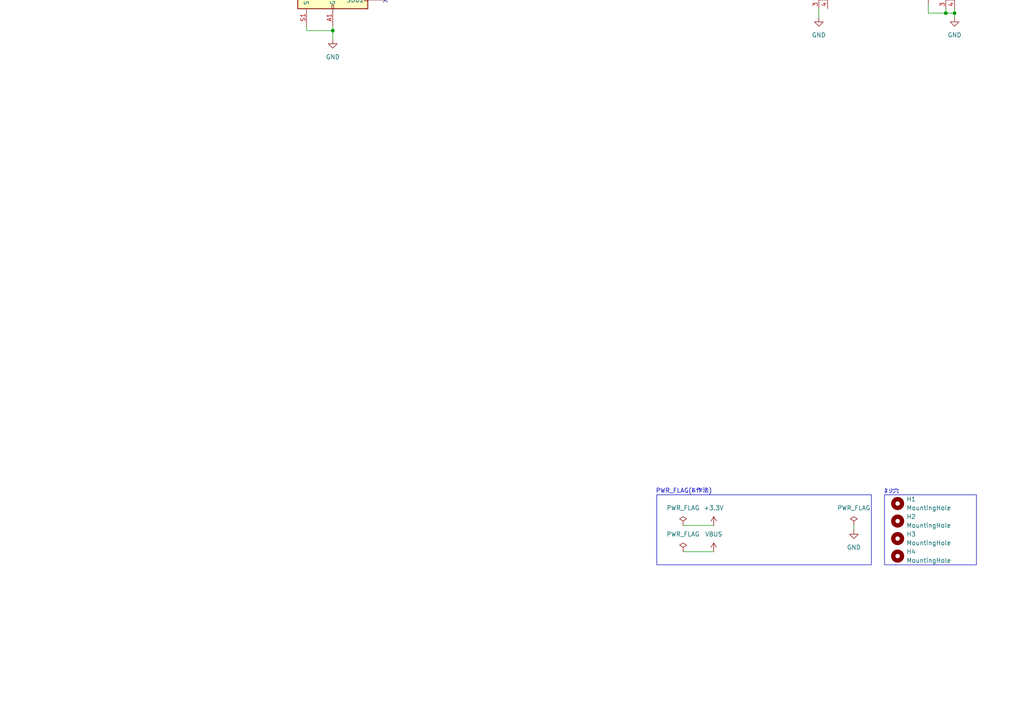
<source format=kicad_sch>
(kicad_sch (version 20231120) (generator "eeschema") (generator_version "8.0")
  (paper "A4")
  (lib_symbols
    (symbol "Connector:USB_C_Receptacle" (pin_names (offset 1.016))
      (property "Reference" "J" (at -10.16 29.21 0))
      (property "Value" "USB_C_Receptacle" (at 10.16 29.21 0))
      (symbol "USB_C_Receptacle_1_1"
        (pin passive line (at 0 -40.64 90) (length 5.08) (name "GND") (number "A1"))
        (pin bidirectional line (at 15.24 -15.24 180) (length 5.08) (name "RX2-") (number "A10"))
        (pin bidirectional line (at 15.24 -17.78 180) (length 5.08) (name "RX2+") (number "A11"))
        (pin passive line (at 0 -40.64 90) (length 5.08) hide (name "GND") (number "A12"))
        (pin bidirectional line (at 15.24 -10.16 180) (length 5.08) (name "TX1+") (number "A2"))
        (pin bidirectional line (at 15.24 -7.62 180) (length 5.08) (name "TX1-") (number "A3"))
        (pin passive line (at 15.24 25.4 180) (length 5.08) (name "VBUS") (number "A4"))
        (pin bidirectional line (at 15.24 20.32 180) (length 5.08) (name "CC1") (number "A5"))
        (pin bidirectional line (at 15.24 7.62 180) (length 5.08) (name "D+") (number "A6"))
        (pin bidirectional line (at 15.24 12.7 180) (length 5.08) (name "D-") (number "A7"))
        (pin bidirectional line (at 15.24 -30.48 180) (length 5.08) (name "SBU1") (number "A8"))
        (pin passive line (at 15.24 25.4 180) (length 5.08) hide (name "VBUS") (number "A9"))
        (pin passive line (at 0 -40.64 90) (length 5.08) hide (name "GND") (number "B1"))
        (pin bidirectional line (at 15.24 0 180) (length 5.08) (name "RX1-") (number "B10"))
        (pin bidirectional line (at 15.24 -2.54 180) (length 5.08) (name "RX1+") (number "B11"))
        (pin passive line (at 0 -40.64 90) (length 5.08) hide (name "GND") (number "B12"))
        (pin bidirectional line (at 15.24 -25.4 180) (length 5.08) (name "TX2+") (number "B2"))
        (pin bidirectional line (at 15.24 -22.86 180) (length 5.08) (name "TX2-") (number "B3"))
        (pin passive line (at 15.24 25.4 180) (length 5.08) hide (name "VBUS") (number "B4"))
        (pin bidirectional line (at 15.24 17.78 180) (length 5.08) (name "CC2") (number "B5"))
        (pin bidirectional line (at 15.24 5.08 180) (length 5.08) (name "D+") (number "B6"))
        (pin bidirectional line (at 15.24 10.16 180) (length 5.08) (name "D-") (number "B7"))
        (pin bidirectional line (at 15.24 -33.02 180) (length 5.08) (name "SBU2") (number "B8"))
        (pin passive line (at 15.24 25.4 180) (length 5.08) hide (name "VBUS") (number "B9"))
        (pin passive line (at -7.62 -40.64 90) (length 5.08) (name "SHIELD") (number "S1"))
      )
    )
    (symbol "Device:C" (pin_numbers hide) (pin_names (offset 0.254))
      (property "Reference" "C" (at 0.635 2.54 0))
      (property "Value" "C" (at 0.635 -2.54 0))
      (symbol "C_1_1"
        (pin passive line (at 0 3.81 270) (length 2.794) (name "~") (number "1"))
        (pin passive line (at 0 -3.81 90) (length 2.794) (name "~") (number "2"))
      )
    )
    (symbol "Device:Crystal_GND24" (pin_names (offset 1.016) hide)
      (property "Reference" "Y" (at 3.175 5.08 0))
      (property "Value" "Crystal_GND24" (at 3.175 3.175 0))
      (symbol "Crystal_GND24_1_1"
        (pin passive line (at -3.81 0 0) (length 1.27) (name "1") (number "1"))
        (pin passive line (at 0 5.08 270) (length 1.27) (name "2") (number "2"))
        (pin passive line (at 3.81 0 180) (length 1.27) (name "3") (number "3"))
        (pin passive line (at 0 -5.08 90) (length 1.27) (name "4") (number "4"))
      )
    )
    (symbol "Device:D" (pin_numbers hide) (pin_names (offset 1.016) hide)
      (property "Reference" "D" (at 0 2.54 0))
      (property "Value" "D" (at 0 -2.54 0))
      (symbol "D_1_1"
        (pin passive line (at -3.81 0 0) (length 2.54) (name "K") (number "1"))
        (pin passive line (at 3.81 0 180) (length 2.54) (name "A") (number "2"))
      )
    )
    (symbol "Device:L" (pin_numbers hide) (pin_names (offset 1.016) hide)
      (property "Reference" "L" (at -1.27 0 90))
      (property "Value" "L" (at 1.905 0 90))
      (symbol "L_1_1"
        (pin passive line (at 0 3.81 270) (length 1.27) (name "1") (number "1"))
        (pin passive line (at 0 -3.81 90) (length 1.27) (name "2") (number "2"))
      )
    )
    (symbol "Device:LED" (pin_numbers hide) (pin_names (offset 1.016) hide)
      (property "Reference" "D" (at 0 2.54 0))
      (property "Value" "LED" (at 0 -2.54 0))
      (symbol "LED_1_1"
        (pin passive line (at -3.81 0 0) (length 2.54) (name "K") (number "1"))
        (pin passive line (at 3.81 0 180) (length 2.54) (name "A") (number "2"))
      )
    )
    (symbol "Device:R" (pin_numbers hide) (pin_names (offset 0))
      (property "Reference" "R" (at 2.032 0 90))
      (property "Value" "R" (at 0 0 90))
      (symbol "R_1_1"
        (pin passive line (at 0 3.81 270) (length 1.27) (name "~") (number "1"))
        (pin passive line (at 0 -3.81 90) (length 1.27) (name "~") (number "2"))
      )
    )
    (symbol "Diode:SS14" (pin_numbers hide) (pin_names (offset 1.016) hide)
      (property "Reference" "D" (at 0 2.54 0))
      (property "Value" "SS14" (at 0 -2.54 0))
      (symbol "SS14_1_1"
        (pin passive line (at -3.81 0 0) (length 2.54) (name "K") (number "1"))
        (pin passive line (at 3.81 0 180) (length 2.54) (name "A") (number "2"))
      )
    )
    (symbol "MCU_RaspberryPi:RP2040"
      (property "Reference" "U" (at 17.78 45.72 0))
      (property "Value" "RP2040" (at 17.78 43.18 0))
      (symbol "RP2040_1_1"
        (pin power_in line (at 2.54 45.72 270) (length 3.81) (name "IOVDD") (number "1"))
        (pin passive line (at 2.54 45.72 270) (length 3.81) hide (name "IOVDD") (number "10"))
        (pin bidirectional line (at 25.4 17.78 180) (length 3.81) (name "GPIO8") (number "11"))
        (pin bidirectional line (at 25.4 15.24 180) (length 3.81) (name "GPIO9") (number "12"))
        (pin bidirectional line (at 25.4 12.7 180) (length 3.81) (name "GPIO10") (number "13"))
        (pin bidirectional line (at 25.4 10.16 180) (length 3.81) (name "GPIO11") (number "14"))
        (pin bidirectional line (at 25.4 7.62 180) (length 3.81) (name "GPIO12") (number "15"))
        (pin bidirectional line (at 25.4 5.08 180) (length 3.81) (name "GPIO13") (number "16"))
        (pin bidirectional line (at 25.4 2.54 180) (length 3.81) (name "GPIO14") (number "17"))
        (pin bidirectional line (at 25.4 0 180) (length 3.81) (name "GPIO15") (number "18"))
        (pin input line (at -25.4 -38.1 0) (length 3.81) (name "TESTEN") (number "19"))
        (pin bidirectional line (at 25.4 38.1 180) (length 3.81) (name "GPIO0") (number "2"))
        (pin input line (at -25.4 -7.62 0) (length 3.81) (name "XIN") (number "20"))
        (pin passive line (at -25.4 -17.78 0) (length 3.81) (name "XOUT") (number "21"))
        (pin passive line (at 2.54 45.72 270) (length 3.81) hide (name "IOVDD") (number "22"))
        (pin power_in line (at -2.54 45.72 270) (length 3.81) (name "DVDD") (number "23"))
        (pin input line (at -25.4 -27.94 0) (length 3.81) (name "SWCLK") (number "24"))
        (pin bidirectional line (at -25.4 -30.48 0) (length 3.81) (name "SWD") (number "25"))
        (pin input line (at -25.4 38.1 0) (length 3.81) (name "RUN") (number "26"))
        (pin bidirectional line (at 25.4 -2.54 180) (length 3.81) (name "GPIO16") (number "27"))
        (pin bidirectional line (at 25.4 -5.08 180) (length 3.81) (name "GPIO17") (number "28"))
        (pin bidirectional line (at 25.4 -7.62 180) (length 3.81) (name "GPIO18") (number "29"))
        (pin bidirectional line (at 25.4 35.56 180) (length 3.81) (name "GPIO1") (number "3"))
        (pin bidirectional line (at 25.4 -10.16 180) (length 3.81) (name "GPIO19") (number "30"))
        (pin bidirectional line (at 25.4 -12.7 180) (length 3.81) (name "GPIO20") (number "31"))
        (pin bidirectional line (at 25.4 -15.24 180) (length 3.81) (name "GPIO21") (number "32"))
        (pin passive line (at 2.54 45.72 270) (length 3.81) hide (name "IOVDD") (number "33"))
        (pin bidirectional line (at 25.4 -17.78 180) (length 3.81) (name "GPIO22") (number "34"))
        (pin bidirectional line (at 25.4 -20.32 180) (length 3.81) (name "GPIO23") (number "35"))
        (pin bidirectional line (at 25.4 -22.86 180) (length 3.81) (name "GPIO24") (number "36"))
        (pin bidirectional line (at 25.4 -25.4 180) (length 3.81) (name "GPIO25") (number "37"))
        (pin bidirectional line (at 25.4 -30.48 180) (length 3.81) (name "GPIO26_ADC0") (number "38"))
        (pin bidirectional line (at 25.4 -33.02 180) (length 3.81) (name "GPIO27_ADC1") (number "39"))
        (pin bidirectional line (at 25.4 33.02 180) (length 3.81) (name "GPIO2") (number "4"))
        (pin bidirectional line (at 25.4 -35.56 180) (length 3.81) (name "GPIO28_ADC2") (number "40"))
        (pin bidirectional line (at 25.4 -38.1 180) (length 3.81) (name "GPIO29_ADC3") (number "41"))
        (pin passive line (at 2.54 45.72 270) (length 3.81) hide (name "IOVDD") (number "42"))
        (pin power_in line (at 7.62 45.72 270) (length 3.81) (name "ADC_AVDD") (number "43"))
        (pin power_in line (at 10.16 45.72 270) (length 3.81) (name "VREG_IN") (number "44"))
        (pin power_out line (at -5.08 45.72 270) (length 3.81) (name "VREG_VOUT") (number "45"))
        (pin bidirectional line (at -25.4 27.94 0) (length 3.81) (name "USB_DM") (number "46"))
        (pin bidirectional line (at -25.4 30.48 0) (length 3.81) (name "USB_DP") (number "47"))
        (pin power_in line (at 5.08 45.72 270) (length 3.81) (name "USB_VDD") (number "48"))
        (pin passive line (at 2.54 45.72 270) (length 3.81) hide (name "IOVDD") (number "49"))
        (pin bidirectional line (at 25.4 30.48 180) (length 3.81) (name "GPIO3") (number "5"))
        (pin passive line (at -2.54 45.72 270) (length 3.81) hide (name "DVDD") (number "50"))
        (pin bidirectional line (at -25.4 7.62 0) (length 3.81) (name "QSPI_SD3") (number "51"))
        (pin output line (at -25.4 5.08 0) (length 3.81) (name "QSPI_SCLK") (number "52"))
        (pin bidirectional line (at -25.4 15.24 0) (length 3.81) (name "QSPI_SD0") (number "53"))
        (pin bidirectional line (at -25.4 10.16 0) (length 3.81) (name "QSPI_SD2") (number "54"))
        (pin bidirectional line (at -25.4 12.7 0) (length 3.81) (name "QSPI_SD1") (number "55"))
        (pin bidirectional line (at -25.4 20.32 0) (length 3.81) (name "QSPI_SS") (number "56"))
        (pin power_in line (at 0 -45.72 90) (length 3.81) (name "GND") (number "57"))
        (pin bidirectional line (at 25.4 27.94 180) (length 3.81) (name "GPIO4") (number "6"))
        (pin bidirectional line (at 25.4 25.4 180) (length 3.81) (name "GPIO5") (number "7"))
        (pin bidirectional line (at 25.4 22.86 180) (length 3.81) (name "GPIO6") (number "8"))
        (pin bidirectional line (at 25.4 20.32 180) (length 3.81) (name "GPIO7") (number "9"))
      )
    )
    (symbol "Mechanical:MountingHole" (pin_names (offset 1.016)) (exclude_from_sim yes) (in_bom no)
      (property "Reference" "H" (at 0 5.08 0))
      (property "Value" "MountingHole" (at 0 3.175 0))
    )
    (symbol "Memory_Flash:W25Q128JVS"
      (property "Reference" "U" (at -6.35 11.43 0))
      (property "Value" "W25Q128JVS" (at 7.62 11.43 0))
      (symbol "W25Q128JVS_1_1"
        (pin input line (at -10.16 7.62 0) (length 2.54) (name "~{CS}") (number "1"))
        (pin bidirectional line (at -10.16 0 0) (length 2.54) (name "DO(IO1)") (number "2"))
        (pin bidirectional line (at -10.16 -2.54 0) (length 2.54) (name "IO2") (number "3"))
        (pin power_in line (at 0 -12.7 90) (length 2.54) (name "GND") (number "4"))
        (pin bidirectional line (at -10.16 2.54 0) (length 2.54) (name "DI(IO0)") (number "5"))
        (pin input line (at -10.16 5.08 0) (length 2.54) (name "CLK") (number "6"))
        (pin bidirectional line (at -10.16 -5.08 0) (length 2.54) (name "IO3") (number "7"))
        (pin power_in line (at 0 12.7 270) (length 2.54) (name "VCC") (number "8"))
      )
    )
    (symbol "Regulator_Switching:TPS63031DSK"
      (property "Reference" "U" (at -7.62 13.97 0))
      (property "Value" "TPS63031DSK" (at 5.08 13.97 0))
      (symbol "TPS63031DSK_1_1"
        (pin power_out line (at 10.16 10.16 180) (length 2.54) (name "VOUT") (number "1"))
        (pin input line (at 10.16 2.54 180) (length 2.54) (name "FB") (number "10"))
        (pin passive line (at 0 -15.24 90) (length 2.54) hide (name "PGND") (number "11"))
        (pin input line (at -10.16 -10.16 0) (length 2.54) (name "L2") (number "2"))
        (pin power_in line (at 0 -15.24 90) (length 2.54) (name "PGND") (number "3"))
        (pin input line (at -10.16 0 0) (length 2.54) (name "L1") (number "4"))
        (pin power_in line (at -10.16 10.16 0) (length 2.54) (name "VIN") (number "5"))
        (pin input line (at -10.16 5.08 0) (length 2.54) (name "EN") (number "6"))
        (pin input line (at -10.16 2.54 0) (length 2.54) (name "PS/SYNC") (number "7"))
        (pin passive line (at -10.16 7.62 0) (length 2.54) (name "VINA") (number "8"))
        (pin power_in line (at -2.54 -15.24 90) (length 2.54) (name "GND") (number "9"))
      )
    )
    (symbol "Switch:SW_MEC_5E" (pin_names (offset 1.016) hide)
      (property "Reference" "SW" (at 0.635 5.715 0))
      (property "Value" "SW_MEC_5E" (at 0 -3.175 0))
      (symbol "SW_MEC_5E_0_1"
        (pin passive line (at -5.08 2.54 0) (length 2.54) (name "1") (number "1"))
        (pin passive line (at -5.08 0 0) (length 2.54) (name "2") (number "2"))
        (pin passive line (at 5.08 0 180) (length 2.54) (name "K") (number "3"))
        (pin passive line (at 5.08 2.54 180) (length 2.54) (name "A") (number "4"))
      )
    )
    (symbol "TE-01:STUSB4700YQTR" (pin_names (offset 0.762))
      (property "Reference" "IC" (at 36.83 25.4 0))
      (property "Value" "STUSB4700YQTR" (at 36.83 22.86 0))
      (symbol "STUSB4700YQTR_0_0"
        (pin passive line (at 0 0 0) (length 5.08) (name "NC_1") (number "1"))
        (pin passive line (at 20.32 -30.48 90) (length 5.08) (name "GND") (number "10"))
        (pin passive line (at 22.86 -30.48 90) (length 5.08) (name "GPIO1") (number "11"))
        (pin passive line (at 25.4 -30.48 90) (length 5.08) (name "GPIO0") (number "12"))
        (pin passive line (at 40.64 -12.7 180) (length 5.08) (name "VVAR_ADDR0") (number "13"))
        (pin passive line (at 40.64 -10.16 180) (length 5.08) (name "GPIO2") (number "14"))
        (pin passive line (at 40.64 -7.62 180) (length 5.08) (name "GPIO3") (number "15"))
        (pin passive line (at 40.64 -5.08 180) (length 5.08) (name "GPIO4") (number "16"))
        (pin passive line (at 40.64 -2.54 180) (length 5.08) (name "A_B_SIDE") (number "17"))
        (pin passive line (at 40.64 0 180) (length 5.08) (name "VBUS_SENSE") (number "18"))
        (pin passive line (at 27.94 25.4 270) (length 5.08) (name "VBUS_DISCH") (number "19"))
        (pin passive line (at 0 -2.54 0) (length 5.08) (name "CC1") (number "2"))
        (pin passive line (at 25.4 25.4 270) (length 5.08) (name "VBUS_EN_SRC") (number "20"))
        (pin passive line (at 22.86 25.4 270) (length 5.08) (name "VREG_1V2") (number "21"))
        (pin passive line (at 20.32 25.4 270) (length 5.08) (name "VSYS") (number "22"))
        (pin passive line (at 17.78 25.4 270) (length 5.08) (name "VREG_2V7") (number "23"))
        (pin passive line (at 15.24 25.4 270) (length 5.08) (name "VDD") (number "24"))
        (pin passive line (at 12.7 25.4 270) (length 5.08) (name "EP") (number "25"))
        (pin passive line (at 0 -5.08 0) (length 5.08) (name "VCONN") (number "3"))
        (pin passive line (at 0 -7.62 0) (length 5.08) (name "CC2") (number "4"))
        (pin passive line (at 0 -10.16 0) (length 5.08) (name "NC_2") (number "5"))
        (pin passive line (at 0 -12.7 0) (length 5.08) (name "RESET") (number "6"))
        (pin passive line (at 12.7 -30.48 90) (length 5.08) (name "SCL") (number "7"))
        (pin passive line (at 15.24 -30.48 90) (length 5.08) (name "SDA") (number "8"))
        (pin passive line (at 17.78 -30.48 90) (length 5.08) (name "ALERT#") (number "9"))
      )
    )
    (symbol "Transistor_FET:AO3401A" (pin_names hide)
      (property "Reference" "Q" (at 5.08 1.905 0))
      (property "Value" "AO3401A" (at 5.08 0 0))
      (symbol "AO3401A_1_1"
        (pin input line (at -5.08 0 0) (length 2.54) (name "G") (number "1"))
        (pin passive line (at 2.54 -5.08 90) (length 2.54) (name "S") (number "2"))
        (pin passive line (at 2.54 5.08 270) (length 2.54) (name "D") (number "3"))
      )
    )
    (symbol "power:+1V1" (power) (pin_numbers hide) (pin_names (offset 0) hide)
      (property "Value" "+1V1" (at 0 3.556 0))
      (symbol "+1V1_1_1"
        (pin power_in line (at 0 0 90) (length 0) (name "~") (number "1"))
      )
    )
    (symbol "power:+3.3V" (power) (pin_numbers hide) (pin_names (offset 0) hide)
      (property "Value" "+3.3V" (at 0 3.556 0))
      (symbol "+3.3V_1_1"
        (pin power_in line (at 0 0 90) (length 0) (name "~") (number "1"))
      )
    )
    (symbol "power:GND" (power) (pin_numbers hide) (pin_names (offset 0) hide)
      (property "Value" "GND" (at 0 -3.81 0))
      (symbol "GND_1_1"
        (pin power_in line (at 0 0 270) (length 0) (name "~") (number "1"))
      )
    )
    (symbol "power:PWR_FLAG" (power) (pin_numbers hide) (pin_names (offset 0) hide)
      (property "Value" "PWR_FLAG" (at 0 3.81 0))
      (symbol "PWR_FLAG_0_0"
        (pin power_out line (at 0 0 90) (length 0) (name "~") (number "1"))
      )
    )
    (symbol "power:VBUS" (power) (pin_numbers hide) (pin_names (offset 0) hide)
      (property "Value" "VBUS" (at 0 3.556 0))
      (symbol "VBUS_1_1"
        (pin power_in line (at 0 0 90) (length 0) (name "~") (number "1"))
      )
    )
  )
  (junction (at 421.64 -78.74))
  (junction (at 203.2 -55.88))
  (junction (at 429.26 -78.74))
  (junction (at 345.44 -78.74))
  (junction (at 274.32 3.81))
  (junction (at 415.29 -53.34))
  (junction (at 236.22 -58.42))
  (junction (at 436.88 -88.9))
  (junction (at 237.49 -8.89))
  (junction (at 170.18 -58.42))
  (junction (at 96.52 8.89))
  (junction (at 488.95 -85.09))
  (junction (at 381 -88.9))
  (junction (at 228.6 -58.42))
  (junction (at 111.76 -40.64))
  (junction (at 406.4 -88.9))
  (junction (at 445.77 -78.74))
  (junction (at 245.11 -46.99))
  (junction (at 488.95 -74.93))
  (junction (at 373.38 16.51))
  (junction (at 274.32 -8.89))
  (junction (at 303.53 -50.8))
  (junction (at 115.57 -40.64))
  (junction (at 370.84 -78.74))
  (junction (at 502.92 -85.09))
  (junction (at 213.36 -31.75))
  (junction (at 398.78 -78.74))
  (junction (at 111.76 -45.72))
  (junction (at 414.02 -78.74))
  (junction (at 354.33 -88.9))
  (junction (at 269.24 -8.89))
  (junction (at 542.29 60.96))
  (junction (at 185.42 -58.42))
  (junction (at 408.94 -50.8))
  (junction (at 322.58 -22.86))
  (junction (at 383.54 -88.9))
  (junction (at 344.17 -12.7))
  (junction (at 378.46 -88.9))
  (junction (at 516.89 -30.48))
  (junction (at 370.84 -88.9))
  (junction (at 154.94 -58.42))
  (junction (at 421.64 -88.9))
  (junction (at 481.33 -85.09))
  (junction (at 508 -41.91))
  (junction (at 203.2 -53.34))
  (junction (at 391.16 -88.9))
  (junction (at 245.11 -58.42))
  (junction (at 414.02 -88.9))
  (junction (at 354.33 -78.74))
  (junction (at 361.95 -88.9))
  (junction (at 344.17 -22.86))
  (junction (at 502.92 -74.93))
  (junction (at 436.88 -78.74))
  (junction (at 311.15 -50.8))
  (junction (at 398.78 -88.9))
  (junction (at 276.86 -8.89))
  (junction (at 325.12 -3.81))
  (junction (at 121.92 -45.72))
  (junction (at 375.92 -88.9))
  (junction (at 406.4 -78.74))
  (junction (at 292.1 -71.12))
  (junction (at 429.26 -88.9))
  (junction (at 276.86 3.81))
  (no_connect (at 422.91 -44.45))
  (no_connect (at 443.23 -62.23))
  (no_connect (at 111.76 -33.02))
  (no_connect (at 111.76 -30.48))
  (no_connect (at 347.98 0))
  (no_connect (at 111.76 0))
  (no_connect (at 527.05 44.45))
  (no_connect (at 111.76 -10.16))
  (no_connect (at 527.05 26.67))
  (no_connect (at 527.05 13.97))
  (no_connect (at 448.31 -62.23))
  (no_connect (at 527.05 36.83))
  (no_connect (at 111.76 -2.54))
  (no_connect (at 450.85 -62.23))
  (no_connect (at 527.05 8.89))
  (no_connect (at 422.91 -39.37))
  (no_connect (at 111.76 -15.24))
  (no_connect (at 527.05 6.35))
  (no_connect (at 453.39 -21.59))
  (no_connect (at 347.98 -2.54))
  (no_connect (at 111.76 -22.86))
  (no_connect (at 445.77 -62.23))
  (no_connect (at 111.76 -17.78))
  (no_connect (at 422.91 -46.99))
  (no_connect (at 527.05 11.43))
  (no_connect (at 527.05 49.53))
  (no_connect (at 527.05 41.91))
  (no_connect (at 527.05 21.59))
  (no_connect (at 527.05 52.07))
  (no_connect (at 527.05 29.21))
  (no_connect (at 527.05 19.05))
  (no_connect (at 443.23 -21.59))
  (no_connect (at 111.76 -7.62))
  (no_connect (at 527.05 34.29))
  (no_connect (at 111.76 -25.4))
  (wire (pts (xy 508 -41.91) (xy 508 -36.83)))
  (wire (pts (xy 228.6 -58.42) (xy 228.6 -50.8)))
  (wire (pts (xy 378.46 -88.9) (xy 378.46 -76.2)))
  (wire (pts (xy 510.54 -31.75) (xy 510.54 -30.48)))
  (wire (pts (xy 312.42 -22.86) (xy 312.42 0)))
  (wire (pts (xy 276.86 -8.89) (xy 274.32 -8.89)))
  (wire (pts (xy 236.22 -48.26) (xy 236.22 -46.99)))
  (wire (pts (xy 481.33 -85.09) (xy 488.95 -85.09)))
  (wire (pts (xy 236.22 -46.99) (xy 245.11 -46.99)))
  (wire (pts (xy 346.71 7.62) (xy 346.71 16.51)))
  (wire (pts (xy 450.85 -1.27) (xy 527.05 -1.27)))
  (wire (pts (xy 542.29 59.69) (xy 542.29 60.96)))
  (wire (pts (xy 213.36 -31.75) (xy 215.9 -31.75)))
  (wire (pts (xy 436.88 -88.9) (xy 429.26 -88.9)))
  (wire (pts (xy 322.58 -11.43) (xy 322.58 -3.81)))
  (wire (pts (xy 414.02 -88.9) (xy 406.4 -88.9)))
  (wire (pts (xy 488.95 -49.53) (xy 488.95 -74.93)))
  (wire (pts (xy 421.64 -41.91) (xy 421.64 -29.21)))
  (wire (pts (xy 375.92 -88.9) (xy 378.46 -88.9)))
  (wire (pts (xy 323.85 -35.56) (xy 323.85 -48.26)))
  (wire (pts (xy 196.85 -48.26) (xy 196.85 -45.72)))
  (wire (pts (xy 445.77 -80.01) (xy 445.77 -78.74)))
  (wire (pts (xy 276.86 2.54) (xy 276.86 3.81)))
  (wire (pts (xy 198.12 152.4) (xy 207.01 152.4)))
  (wire (pts (xy 520.7 -30.48) (xy 520.7 -31.75)))
  (wire (pts (xy 154.94 -48.26) (xy 154.94 -58.42)))
  (wire (pts (xy 88.9 7.62) (xy 88.9 8.89)))
  (wire (pts (xy 322.58 -22.86) (xy 322.58 -19.05)))
  (wire (pts (xy 361.95 -88.9) (xy 361.95 -87.63)))
  (wire (pts (xy 143.51 -50.8) (xy 143.51 -48.26)))
  (wire (pts (xy 149.86 -40.64) (xy 149.86 -39.37)))
  (wire (pts (xy 502.92 -66.04) (xy 502.92 -46.99)))
  (wire (pts (xy 276.86 -19.05) (xy 276.86 -17.78)))
  (wire (pts (xy 327.66 -15.24) (xy 328.93 -15.24)))
  (wire (pts (xy 502.92 -85.09) (xy 504.19 -85.09)))
  (wire (pts (xy 345.44 -80.01) (xy 345.44 -78.74)))
  (wire (pts (xy 345.44 -58.42) (xy 347.98 -58.42)))
  (wire (pts (xy 391.16 -88.9) (xy 391.16 -87.63)))
  (wire (pts (xy 312.42 7.62) (xy 312.42 10.16)))
  (wire (pts (xy 322.58 -3.81) (xy 325.12 -3.81)))
  (wire (pts (xy 203.2 -50.8) (xy 203.2 -53.34)))
  (wire (pts (xy 415.29 -54.61) (xy 415.29 -53.34)))
  (wire (pts (xy 421.64 -88.9) (xy 421.64 -87.63)))
  (wire (pts (xy 347.98 -40.64) (xy 302.26 -40.64)))
  (wire (pts (xy 422.91 -41.91) (xy 421.64 -41.91)))
  (wire (pts (xy 226.06 -50.8) (xy 228.6 -50.8)))
  (wire (pts (xy 549.91 59.69) (xy 549.91 60.96)))
  (wire (pts (xy 347.98 -50.8) (xy 311.15 -50.8)))
  (wire (pts (xy 345.44 -78.74) (xy 345.44 -77.47)))
  (wire (pts (xy 347.98 -45.72) (xy 302.26 -45.72)))
  (wire (pts (xy 445.77 -78.74) (xy 436.88 -78.74)))
  (wire (pts (xy 96.52 7.62) (xy 96.52 8.89)))
  (wire (pts (xy 422.91 -34.29) (xy 415.29 -34.29)))
  (wire (pts (xy 236.22 -58.42) (xy 245.11 -58.42)))
  (wire (pts (xy 213.36 -33.02) (xy 213.36 -31.75)))
  (wire (pts (xy 368.3 -78.74) (xy 370.84 -78.74)))
  (wire (pts (xy 488.95 -76.2) (xy 488.95 -74.93)))
  (wire (pts (xy 228.6 -58.42) (xy 236.22 -58.42)))
  (wire (pts (xy 111.76 -58.42) (xy 154.94 -58.42)))
  (wire (pts (xy 314.96 -15.24) (xy 317.5 -15.24)))
  (wire (pts (xy 346.71 16.51) (xy 373.38 16.51)))
  (wire (pts (xy 154.94 -40.64) (xy 154.94 -39.37)))
  (wire (pts (xy 285.75 -71.12) (xy 292.1 -71.12)))
  (wire (pts (xy 440.69 -21.59) (xy 440.69 -19.05)))
  (wire (pts (xy 303.53 -57.15) (xy 303.53 -50.8)))
  (wire (pts (xy 170.18 -49.53) (xy 170.18 -48.26)))
  (wire (pts (xy 203.2 -46.99) (xy 203.2 -48.26)))
  (wire (pts (xy 143.51 -40.64) (xy 143.51 -39.37)))
  (wire (pts (xy 276.86 3.81) (xy 274.32 3.81)))
  (wire (pts (xy 111.76 -53.34) (xy 149.86 -53.34)))
  (wire (pts (xy 226.06 -58.42) (xy 228.6 -58.42)))
  (wire (pts (xy 510.54 -30.48) (xy 516.89 -30.48)))
  (wire (pts (xy 111.76 -50.8) (xy 143.51 -50.8)))
  (wire (pts (xy 406.4 -88.9) (xy 398.78 -88.9)))
  (wire (pts (xy 240.03 -7.62) (xy 240.03 -8.89)))
  (wire (pts (xy 311.15 -57.15) (xy 311.15 -50.8)))
  (wire (pts (xy 436.88 -78.74) (xy 429.26 -78.74)))
  (wire (pts (xy 520.7 -44.45) (xy 520.7 -39.37)))
  (wire (pts (xy 381 -88.9) (xy 381 -76.2)))
  (wire (pts (xy 408.94 -54.61) (xy 408.94 -50.8)))
  (wire (pts (xy 415.29 -50.8) (xy 408.94 -50.8)))
  (wire (pts (xy 406.4 -88.9) (xy 406.4 -87.63)))
  (wire (pts (xy 274.32 2.54) (xy 274.32 3.81)))
  (wire (pts (xy 478.79 -34.29) (xy 478.79 -29.21)))
  (wire (pts (xy 115.57 -40.64) (xy 115.57 -39.37)))
  (wire (pts (xy 406.4 -80.01) (xy 406.4 -78.74)))
  (wire (pts (xy 344.17 -22.86) (xy 322.58 -22.86)))
  (wire (pts (xy 96.52 8.89) (xy 96.52 11.43)))
  (wire (pts (xy 269.24 -8.89) (xy 274.32 -8.89)))
  (wire (pts (xy 527.05 1.27) (xy 445.77 1.27)))
  (wire (pts (xy 245.11 -58.42) (xy 245.11 -55.88)))
  (wire (pts (xy 478.79 -36.83) (xy 508 -36.83)))
  (wire (pts (xy 240.03 -8.89) (xy 237.49 -8.89)))
  (wire (pts (xy 542.29 60.96) (xy 542.29 62.23)))
  (wire (pts (xy 170.18 -59.69) (xy 170.18 -58.42)))
  (wire (pts (xy 170.18 -58.42) (xy 185.42 -58.42)))
  (wire (pts (xy 185.42 -58.42) (xy 205.74 -58.42)))
  (wire (pts (xy 237.49 -7.62) (xy 237.49 -8.89)))
  (wire (pts (xy 111.76 -40.64) (xy 111.76 -38.1)))
  (wire (pts (xy 347.98 7.62) (xy 346.71 7.62)))
  (wire (pts (xy 408.94 -50.8) (xy 398.78 -50.8)))
  (wire (pts (xy 347.98 -22.86) (xy 344.17 -22.86)))
  (wire (pts (xy 311.15 -67.31) (xy 311.15 -64.77)))
  (wire (pts (xy 415.29 -34.29) (xy 415.29 -50.8)))
  (wire (pts (xy 375.92 -90.17) (xy 375.92 -88.9)))
  (wire (pts (xy 269.24 -8.89) (xy 269.24 -6.35)))
  (wire (pts (xy 344.17 -12.7) (xy 344.17 -3.81)))
  (wire (pts (xy 344.17 -3.81) (xy 341.63 -3.81)))
  (wire (pts (xy 303.53 -71.12) (xy 292.1 -71.12)))
  (wire (pts (xy 344.17 -12.7) (xy 347.98 -12.7)))
  (wire (pts (xy 347.98 -35.56) (xy 323.85 -35.56)))
  (wire (pts (xy 445.77 -87.63) (xy 445.77 -88.9)))
  (wire (pts (xy 292.1 -72.39) (xy 292.1 -71.12)))
  (wire (pts (xy 524.51 -8.89) (xy 524.51 -6.35)))
  (wire (pts (xy 344.17 -13.97) (xy 344.17 -12.7)))
  (wire (pts (xy 415.29 -53.34) (xy 398.78 -53.34)))
  (wire (pts (xy 247.65 152.4) (xy 247.65 153.67)))
  (wire (pts (xy 163.83 -58.42) (xy 170.18 -58.42)))
  (wire (pts (xy 276.86 -10.16) (xy 276.86 -8.89)))
  (wire (pts (xy 502.92 -46.99) (xy 478.79 -46.99)))
  (wire (pts (xy 481.33 -86.36) (xy 481.33 -85.09)))
  (wire (pts (xy 478.79 -49.53) (xy 488.95 -49.53)))
  (wire (pts (xy 520.7 -30.48) (xy 516.89 -30.48)))
  (wire (pts (xy 311.15 -50.8) (xy 303.53 -50.8)))
  (wire (pts (xy 429.26 -78.74) (xy 421.64 -78.74)))
  (wire (pts (xy 354.33 -78.74) (xy 361.95 -78.74)))
  (wire (pts (xy 322.58 -22.86) (xy 312.42 -22.86)))
  (wire (pts (xy 347.98 -38.1) (xy 302.26 -38.1)))
  (wire (pts (xy 245.11 -46.99) (xy 245.11 -45.72)))
  (wire (pts (xy 203.2 -50.8) (xy 205.74 -50.8)))
  (wire (pts (xy 425.45 -58.42) (xy 425.45 -62.23)))
  (wire (pts (xy 267.97 -8.89) (xy 269.24 -8.89)))
  (wire (pts (xy 378.46 -88.9) (xy 381 -88.9)))
  (wire (pts (xy 269.24 1.27) (xy 269.24 3.81)))
  (wire (pts (xy 370.84 -88.9) (xy 370.84 -78.74)))
  (wire (pts (xy 496.57 -74.93) (xy 502.92 -74.93)))
  (wire (pts (xy 276.86 5.08) (xy 276.86 3.81)))
  (wire (pts (xy 445.77 1.27) (xy 445.77 -21.59)))
  (wire (pts (xy 425.45 -62.23) (xy 427.99 -62.23)))
  (wire (pts (xy 361.95 -78.74) (xy 361.95 -80.01)))
  (wire (pts (xy 285.75 -71.12) (xy 285.75 -68.58)))
  (wire (pts (xy 237.49 2.54) (xy 237.49 5.08)))
  (wire (pts (xy 361.95 -88.9) (xy 354.33 -88.9)))
  (wire (pts (xy 496.57 -74.93) (xy 496.57 -77.47)))
  (wire (pts (xy 408.94 -63.5) (xy 408.94 -62.23)))
  (wire (pts (xy 514.35 -85.09) (xy 518.16 -85.09)))
  (wire (pts (xy 421.64 -88.9) (xy 414.02 -88.9)))
  (wire (pts (xy 203.2 -48.26) (xy 205.74 -48.26)))
  (wire (pts (xy 203.2 -53.34) (xy 205.74 -53.34)))
  (wire (pts (xy 237.49 -8.89) (xy 236.22 -8.89)))
  (wire (pts (xy 325.12 -3.81) (xy 325.12 0)))
  (wire (pts (xy 337.82 -60.96) (xy 335.28 -60.96)))
  (wire (pts (xy 398.78 -88.9) (xy 398.78 -87.63)))
  (wire (pts (xy 445.77 -88.9) (xy 436.88 -88.9)))
  (wire (pts (xy 269.24 3.81) (xy 274.32 3.81)))
  (wire (pts (xy 325.12 7.62) (xy 325.12 10.16)))
  (wire (pts (xy 375.92 -88.9) (xy 375.92 -76.2)))
  (wire (pts (xy 303.53 -64.77) (xy 303.53 -71.12)))
  (wire (pts (xy 478.79 -44.45) (xy 520.7 -44.45)))
  (wire (pts (xy 445.77 -78.74) (xy 445.77 -77.47)))
  (wire (pts (xy 370.84 -88.9) (xy 361.95 -88.9)))
  (wire (pts (xy 398.78 -80.01) (xy 398.78 -78.74)))
  (wire (pts (xy 383.54 -88.9) (xy 383.54 -76.2)))
  (wire (pts (xy 502.92 -83.82) (xy 502.92 -85.09)))
  (wire (pts (xy 453.39 -63.5) (xy 453.39 -62.23)))
  (wire (pts (xy 478.79 -41.91) (xy 508 -41.91)))
  (wire (pts (xy 524.51 -6.35) (xy 527.05 -6.35)))
  (wire (pts (xy 542.29 60.96) (xy 549.91 60.96)))
  (wire (pts (xy 398.78 -78.74) (xy 391.16 -78.74)))
  (wire (pts (xy 121.92 -45.72) (xy 127 -45.72)))
  (wire (pts (xy 323.85 -48.26) (xy 302.26 -48.26)))
  (wire (pts (xy 236.22 -58.42) (xy 236.22 -55.88)))
  (wire (pts (xy 429.26 -80.01) (xy 429.26 -78.74)))
  (wire (pts (xy 481.33 -60.96) (xy 481.33 -59.69)))
  (wire (pts (xy 274.32 -8.89) (xy 274.32 -7.62)))
  (wire (pts (xy 115.57 -31.75) (xy 115.57 -30.48)))
  (wire (pts (xy 435.61 -62.23) (xy 440.69 -62.23)))
  (wire (pts (xy 198.12 160.02) (xy 207.01 160.02)))
  (wire (pts (xy 245.11 -59.69) (xy 245.11 -58.42)))
  (wire (pts (xy 481.33 -69.85) (xy 481.33 -68.58)))
  (wire (pts (xy 508 -45.72) (xy 508 -41.91)))
  (wire (pts (xy 421.64 -78.74) (xy 414.02 -78.74)))
  (wire (pts (xy 170.18 -40.64) (xy 170.18 -39.37)))
  (wire (pts (xy 111.76 -45.72) (xy 111.76 -43.18)))
  (wire (pts (xy 502.92 -74.93) (xy 509.27 -74.93)))
  (wire (pts (xy 292.1 -71.12) (xy 292.1 -55.88)))
  (wire (pts (xy 314.96 -12.7) (xy 314.96 -15.24)))
  (wire (pts (xy 354.33 -80.01) (xy 354.33 -78.74)))
  (wire (pts (xy 285.75 -59.69) (xy 285.75 -60.96)))
  (wire (pts (xy 185.42 -48.26) (xy 185.42 -39.37)))
  (wire (pts (xy 354.33 -88.9) (xy 345.44 -88.9)))
  (wire (pts (xy 345.44 -88.9) (xy 345.44 -87.63)))
  (wire (pts (xy 196.85 -55.88) (xy 203.2 -55.88)))
  (wire (pts (xy 149.86 -53.34) (xy 149.86 -48.26)))
  (wire (pts (xy 370.84 -90.17) (xy 370.84 -88.9)))
  (wire (pts (xy 509.27 -77.47) (xy 509.27 -74.93)))
  (wire (pts (xy 121.92 -31.75) (xy 121.92 -30.48)))
  (wire (pts (xy 276.86 -8.89) (xy 276.86 -7.62)))
  (wire (pts (xy 170.18 -57.15) (xy 170.18 -58.42)))
  (wire (pts (xy 325.12 -3.81) (xy 334.01 -3.81)))
  (wire (pts (xy 391.16 -80.01) (xy 391.16 -78.74)))
  (wire (pts (xy 203.2 -55.88) (xy 203.2 -53.34)))
  (wire (pts (xy 337.82 -58.42) (xy 335.28 -58.42)))
  (wire (pts (xy 354.33 -88.9) (xy 354.33 -87.63)))
  (wire (pts (xy 488.95 -85.09) (xy 491.49 -85.09)))
  (wire (pts (xy 417.83 -53.34) (xy 415.29 -53.34)))
  (wire (pts (xy 502.92 -76.2) (xy 502.92 -74.93)))
  (wire (pts (xy 429.26 -87.63) (xy 429.26 -88.9)))
  (wire (pts (xy 215.9 -33.02) (xy 215.9 -31.75)))
  (wire (pts (xy 345.44 -78.74) (xy 354.33 -78.74)))
  (wire (pts (xy 417.83 -36.83) (xy 417.83 -53.34)))
  (wire (pts (xy 436.88 -87.63) (xy 436.88 -88.9)))
  (wire (pts (xy 203.2 -55.88) (xy 205.74 -55.88)))
  (wire (pts (xy 502.92 -74.93) (xy 502.92 -73.66)))
  (wire (pts (xy 213.36 -31.75) (xy 213.36 -30.48)))
  (wire (pts (xy 328.93 -15.24) (xy 328.93 -12.7)))
  (wire (pts (xy 203.2 -39.37) (xy 203.2 -38.1)))
  (wire (pts (xy 245.11 -48.26) (xy 245.11 -46.99)))
  (wire (pts (xy 115.57 -40.64) (xy 127 -40.64)))
  (wire (pts (xy 345.44 -60.96) (xy 347.98 -60.96)))
  (wire (pts (xy 373.38 16.51) (xy 373.38 17.78)))
  (wire (pts (xy 406.4 -78.74) (xy 398.78 -78.74)))
  (wire (pts (xy 414.02 -88.9) (xy 414.02 -87.63)))
  (wire (pts (xy 421.64 -80.01) (xy 421.64 -78.74)))
  (wire (pts (xy 381 -88.9) (xy 383.54 -88.9)))
  (wire (pts (xy 345.44 -68.58) (xy 347.98 -68.58)))
  (wire (pts (xy 481.33 -80.01) (xy 481.33 -85.09)))
  (wire (pts (xy 383.54 -88.9) (xy 391.16 -88.9)))
  (wire (pts (xy 373.38 15.24) (xy 373.38 16.51)))
  (wire (pts (xy 501.65 -85.09) (xy 502.92 -85.09)))
  (wire (pts (xy 414.02 -78.74) (xy 406.4 -78.74)))
  (wire (pts (xy 344.17 -22.86) (xy 344.17 -21.59)))
  (wire (pts (xy 450.85 -21.59) (xy 450.85 -1.27)))
  (wire (pts (xy 121.92 -45.72) (xy 121.92 -39.37)))
  (wire (pts (xy 429.26 -88.9) (xy 421.64 -88.9)))
  (wire (pts (xy 414.02 -80.01) (xy 414.02 -78.74)))
  (wire (pts (xy 415.29 -63.5) (xy 415.29 -62.23)))
  (wire (pts (xy 111.76 -40.64) (xy 115.57 -40.64)))
  (wire (pts (xy 370.84 -78.74) (xy 370.84 -76.2)))
  (wire (pts (xy 185.42 -58.42) (xy 185.42 -55.88)))
  (wire (pts (xy 303.53 -50.8) (xy 302.26 -50.8)))
  (wire (pts (xy 368.3 -76.2) (xy 368.3 -78.74)))
  (wire (pts (xy 488.95 -85.09) (xy 488.95 -83.82)))
  (wire (pts (xy 448.31 -21.59) (xy 448.31 -19.05)))
  (wire (pts (xy 347.98 -43.18) (xy 302.26 -43.18)))
  (wire (pts (xy 154.94 -58.42) (xy 156.21 -58.42)))
  (wire (pts (xy 292.1 -30.48) (xy 292.1 -27.94)))
  (wire (pts (xy 203.2 -38.1) (xy 205.74 -38.1)))
  (wire (pts (xy 478.79 -39.37) (xy 510.54 -39.37)))
  (wire (pts (xy 422.91 -36.83) (xy 417.83 -36.83)))
  (wire (pts (xy 398.78 -88.9) (xy 391.16 -88.9)))
  (wire (pts (xy 88.9 8.89) (xy 96.52 8.89)))
  (wire (pts (xy 436.88 -80.01) (xy 436.88 -78.74)))
  (wire (pts (xy 111.76 -45.72) (xy 121.92 -45.72)))
  (rectangle (start 256.54 143.51) (end 283.21 163.83))
  (rectangle (start 190.5 143.51) (end 252.73 163.83))
  (text "ネジ穴\n" (at 258.572 142.748 0) (effects (font (size 1.27 1.27))))
  (text "PWR_FLAG(お作法)" (at 198.374 142.494 0) (effects (font (size 1.27 1.27))))
  (global_label "USB_D-" (shape input) (at 335.28 -58.42 180) (property "Intersheetrefs" "${INTERSHEET_REFS}" (effects (hide yes))))
  (global_label "RESET" (shape input) (at 345.44 -68.58 180) (property "Intersheetrefs" "${INTERSHEET_REFS}" (effects (hide yes))))
  (global_label "BOOT" (shape input) (at 236.22 -8.89 180) (property "Intersheetrefs" "${INTERSHEET_REFS}" (effects (hide yes))))
  (global_label "Vout" (shape input) (at 518.16 -85.09 0) (property "Intersheetrefs" "${INTERSHEET_REFS}" (effects (hide yes))))
  (global_label "RESET" (shape input) (at 267.97 -8.89 180) (property "Intersheetrefs" "${INTERSHEET_REFS}" (effects (hide yes))))
  (global_label "Vout" (shape input) (at 524.51 -8.89 90) (property "Intersheetrefs" "${INTERSHEET_REFS}" (effects (hide yes))))
  (global_label "I2C1_SCL" (shape input) (at 401.32 -50.8 270) (property "Intersheetrefs" "${INTERSHEET_REFS}" (effects (hide yes))))
  (global_label "USB_D+" (shape input) (at 335.28 -60.96 180) (property "Intersheetrefs" "${INTERSHEET_REFS}" (effects (hide yes))))
  (global_label "Vout" (shape input) (at 453.39 -63.5 90) (property "Intersheetrefs" "${INTERSHEET_REFS}" (effects (hide yes))))
  (global_label "I2C1_SDA" (shape input) (at 401.32 -53.34 90) (property "Intersheetrefs" "${INTERSHEET_REFS}" (effects (hide yes))))
  (global_label "USB_D-" (shape input) (at 127 -45.72 0) (property "Intersheetrefs" "${INTERSHEET_REFS}" (effects (hide yes))))
  (global_label "BOOT" (shape input) (at 311.15 -67.31 90) (property "Intersheetrefs" "${INTERSHEET_REFS}" (effects (hide yes))))
  (global_label "USB_D+" (shape input) (at 127 -40.64 0) (property "Intersheetrefs" "${INTERSHEET_REFS}" (effects (hide yes))))
  (symbol (lib_id "Device:C") (at 325.12 3.81 0) (unit 1)
    (property "Reference" "C16" (at 327.406 2.54 0) (effects (justify left)))
    (property "Value" "27p" (at 327.406 5.08 0) (effects (justify left)))
    (property "Footprint" "Capacitor_SMD:C_0603_1608Metric" (effects (hide yes)))
    (property "Description" "Unpolarized capacitor" (effects (hide yes)))
    (property "BOM" "C107045" (effects (hide yes)))
  )
  (symbol (lib_id "power:+1V1") (at 370.84 -90.17 0) (unit 1)
    (property "Reference" "#PWR07" (effects (hide yes)))
    (property "Value" "+1V1" (at 370.84 -95.25 0))
    (property "Description" "Power symbol creates a global label with name \"+1V1\"" (effects (hide yes)))
  )
  (symbol (lib_id "power:GND") (at 292.1 -27.94 0) (unit 1)
    (property "Reference" "#PWR012" (effects (hide yes)))
    (property "Value" "GND" (at 292.1 -22.86 0))
    (property "Description" "Power symbol creates a global label with name \"GND\" , ground" (effects (hide yes)))
  )
  (symbol (lib_id "power:GND") (at 542.29 62.23 0) (unit 1)
    (property "Reference" "#PWR015" (effects (hide yes)))
    (property "Value" "GND" (at 542.29 67.31 0))
    (property "Description" "Power symbol creates a global label with name \"GND\" , ground" (effects (hide yes)))
  )
  (symbol (lib_id "Device:R") (at 488.95 -80.01 180) (unit 1)
    (property "Reference" "R11" (at 484.886 -80.01 90))
    (property "Value" "10k" (at 486.664 -80.01 90))
    (property "Footprint" "Resistor_SMD:R_0603_1608Metric" (effects (hide yes)))
    (property "Description" "Resistor" (effects (hide yes)))
    (property "BOM" "C25804" (effects (hide yes)))
  )
  (symbol (lib_id "Device:C") (at 285.75 -64.77 0) (mirror y) (unit 1)
    (property "Reference" "C12" (at 283.464 -66.04 0) (effects (justify left)))
    (property "Value" "0.1u" (at 283.464 -63.5 0) (effects (justify left)))
    (property "Footprint" "Capacitor_SMD:C_0603_1608Metric" (effects (hide yes)))
    (property "Description" "Unpolarized capacitor" (effects (hide yes)))
    (property "BOM" "C14663" (effects (hide yes)))
  )
  (symbol (lib_id "power:GND") (at 314.96 -12.7 0) (mirror y) (unit 1)
    (property "Reference" "#PWR039" (effects (hide yes)))
    (property "Value" "GND" (at 314.96 -7.62 0))
    (property "Description" "Power symbol creates a global label with name \"GND\" , ground" (effects (hide yes)))
  )
  (symbol (lib_id "power:GND") (at 237.49 5.08 0) (unit 1)
    (property "Reference" "#PWR040" (effects (hide yes)))
    (property "Value" "GND" (at 237.49 10.16 0))
    (property "Description" "Power symbol creates a global label with name \"GND\" , ground" (effects (hide yes)))
  )
  (symbol (lib_id "Device:R") (at 149.86 -44.45 0) (mirror y) (unit 1)
    (property "Reference" "R14" (at 145.796 -44.45 90))
    (property "Value" "5.1k" (at 147.574 -44.45 90))
    (property "Footprint" "Resistor_SMD:R_0603_1608Metric" (effects (hide yes)))
    (property "Description" "Resistor" (effects (hide yes)))
    (property "BOM" " C23186" (effects (hide yes)))
  )
  (symbol (lib_id "Device:LED") (at 170.18 -44.45 90) (unit 1)
    (property "Reference" "D1" (at 175.26 -44.1326 90) (effects (justify right)))
    (property "Value" "LED" (at 175.26 -41.5926 90) (effects (justify right)))
    (property "Footprint" "LED_SMD:LED_0603_1608Metric" (effects (hide yes)))
    (property "Description" "Light emitting diode" (effects (hide yes)))
    (property "BOM" "C2290" (effects (hide yes)))
  )
  (symbol (lib_id "power:GND") (at 121.92 -30.48 0) (unit 1)
    (property "Reference" "#PWR043" (effects (hide yes)))
    (property "Value" "GND" (at 121.92 -25.4 0))
    (property "Description" "Power symbol creates a global label with name \"GND\" , ground" (effects (hide yes)))
  )
  (symbol (lib_id "power:GND") (at 170.18 -39.37 0) (unit 1)
    (property "Reference" "#PWR030" (effects (hide yes)))
    (property "Value" "GND" (at 170.18 -34.29 0))
    (property "Description" "Power symbol creates a global label with name \"GND\" , ground" (effects (hide yes)))
  )
  (symbol (lib_id "Device:C") (at 391.16 -83.82 0) (unit 1)
    (property "Reference" "C1" (at 393.446 -85.09 0) (effects (justify left)))
    (property "Value" "0.1u" (at 393.446 -82.55 0) (effects (justify left)))
    (property "Footprint" "Capacitor_SMD:C_0603_1608Metric" (effects (hide yes)))
    (property "Description" "Unpolarized capacitor" (effects (hide yes)))
    (property "BOM" "C14663" (effects (hide yes)))
  )
  (symbol (lib_id "Mechanical:MountingHole") (at 260.35 161.29 0) (unit 1) (exclude_from_sim yes) (in_bom no)
    (property "Reference" "H4" (at 262.89 160.0199 0) (effects (justify left)))
    (property "Value" "MountingHole" (at 262.89 162.5599 0) (effects (justify left)))
    (property "Footprint" "MountingHole:MountingHole_3.2mm_M3" (effects (hide yes)))
    (property "Description" "Mounting Hole without connection" (effects (hide yes)))
  )
  (symbol (lib_id "power:GND") (at 185.42 -39.37 0) (unit 1)
    (property "Reference" "#PWR02" (effects (hide yes)))
    (property "Value" "GND" (at 185.42 -34.29 0))
    (property "Description" "Power symbol creates a global label with name \"GND\" , ground" (effects (hide yes)))
  )
  (symbol (lib_id "Switch:SW_MEC_5E") (at 274.32 -2.54 270) (unit 1)
    (property "Reference" "SW1" (at 281.94 -3.8101 90) (effects (justify left)))
    (property "Value" "SW_MEC_5E" (at 281.94 -1.2701 90) (effects (justify left)))
    (property "Footprint" "TE-01:ABMM2" (effects (hide yes)))
    (property "Datasheet" "http://www.apem.com/int/index.php?controller=attachment&id_attachment=1371" (effects (hide yes)))
    (property "Description" "MEC 5E single pole normally-open tactile switch" (effects (hide yes)))
    (property "BOM" "C92589" (effects (hide yes)))
  )
  (symbol (lib_id "Device:R") (at 303.53 -60.96 0) (unit 1)
    (property "Reference" "R3" (at 307.594 -60.96 90))
    (property "Value" "NC" (at 305.816 -60.96 90))
    (property "Footprint" "Resistor_SMD:R_0603_1608Metric" (effects (hide yes)))
    (property "Description" "Resistor" (effects (hide yes)))
  )
  (symbol (lib_id "Device:D") (at 154.94 -44.45 270) (unit 1)
    (property "Reference" "D3" (at 157.48 -45.7201 90) (effects (justify left)))
    (property "Value" "D" (at 157.48 -43.1801 90) (effects (justify left)))
    (property "Footprint" "Diode_SMD:D_SOD-882" (effects (hide yes)))
    (property "Description" "Diode" (effects (hide yes)))
    (property "Sim.Device" "D" (effects (hide yes)))
    (property "Sim.Pins" "1=K 2=A" (effects (hide yes)))
    (property "BOM" "C85402" (effects (hide yes)))
  )
  (symbol (lib_id "Device:C") (at 421.64 -83.82 0) (unit 1)
    (property "Reference" "C5" (at 423.926 -85.09 0) (effects (justify left)))
    (property "Value" "0.1u" (at 423.926 -82.55 0) (effects (justify left)))
    (property "Footprint" "Capacitor_SMD:C_0603_1608Metric" (effects (hide yes)))
    (property "Description" "Unpolarized capacitor" (effects (hide yes)))
    (property "BOM" "C14663" (effects (hide yes)))
  )
  (symbol (lib_id "Device:C") (at 269.24 -2.54 0) (mirror y) (unit 1)
    (property "Reference" "C17" (at 266.954 -3.81 0) (effects (justify left)))
    (property "Value" "0.1u" (at 266.954 -1.27 0) (effects (justify left)))
    (property "Footprint" "Capacitor_SMD:C_0603_1608Metric" (effects (hide yes)))
    (property "Description" "Unpolarized capacitor" (effects (hide yes)))
    (property "BOM" "C14663" (effects (hide yes)))
  )
  (symbol (lib_id "Device:R") (at 502.92 -80.01 180) (unit 1)
    (property "Reference" "R9" (at 498.856 -80.01 90))
    (property "Value" "10k" (at 500.634 -80.01 90))
    (property "Footprint" "Resistor_SMD:R_0603_1608Metric" (effects (hide yes)))
    (property "Description" "Resistor" (effects (hide yes)))
    (property "BOM" "C25804" (effects (hide yes)))
  )
  (symbol (lib_id "power:VBUS") (at 481.33 -86.36 0) (unit 1)
    (property "Reference" "#PWR037" (effects (hide yes)))
    (property "Value" "VBUS" (at 481.33 -91.44 0))
    (property "Description" "Power symbol creates a global label with name \"VBUS\"" (effects (hide yes)))
  )
  (symbol (lib_id "Device:C") (at 236.22 -52.07 0) (mirror y) (unit 1)
    (property "Reference" "C18" (at 233.934 -53.34 0) (effects (justify left)))
    (property "Value" "10u" (at 233.934 -50.8 0) (effects (justify left)))
    (property "Footprint" "Capacitor_SMD:C_0603_1608Metric" (effects (hide yes)))
    (property "Description" "Unpolarized capacitor" (effects (hide yes)))
    (property "BOM" "C14663" (effects (hide yes)))
  )
  (symbol (lib_id "power:GND") (at 481.33 -59.69 0) (unit 1)
    (property "Reference" "#PWR023" (effects (hide yes)))
    (property "Value" "GND" (at 481.33 -54.61 0))
    (property "Description" "Power symbol creates a global label with name \"GND\" , ground" (effects (hide yes)))
  )
  (symbol (lib_id "MCU_RaspberryPi:RP2040") (at 373.38 -30.48 0) (unit 1)
    (property "Reference" "U1" (at 375.5741 13.97 0) (effects (justify left)))
    (property "Value" "RP2040" (at 375.5741 16.51 0) (effects (justify left)))
    (property "Footprint" "Package_DFN_QFN:QFN-56-1EP_7x7mm_P0.4mm_EP3.2x3.2mm" (effects (hide yes)))
    (property "Datasheet" "https://datasheets.raspberrypi.com/rp2040/rp2040-datasheet.pdf" (effects (hide yes)))
    (property "Description" "A microcontroller by Raspberry Pi" (effects (hide yes)))
    (property "BOM" "C2040" (effects (hide yes)))
  )
  (symbol (lib_id "Device:C") (at 414.02 -83.82 0) (unit 1)
    (property "Reference" "C4" (at 416.306 -85.09 0) (effects (justify left)))
    (property "Value" "0.1u" (at 416.306 -82.55 0) (effects (justify left)))
    (property "Footprint" "Capacitor_SMD:C_0603_1608Metric" (effects (hide yes)))
    (property "Description" "Unpolarized capacitor" (effects (hide yes)))
    (property "BOM" "C14663" (effects (hide yes)))
  )
  (symbol (lib_id "power:GND") (at 448.31 -19.05 0) (unit 1)
    (property "Reference" "#PWR018" (effects (hide yes)))
    (property "Value" "GND" (at 448.31 -13.97 0))
    (property "Description" "Power symbol creates a global label with name \"GND\" , ground" (effects (hide yes)))
  )
  (symbol (lib_id "Device:C") (at 398.78 -83.82 0) (unit 1)
    (property "Reference" "C2" (at 401.066 -85.09 0) (effects (justify left)))
    (property "Value" "0.1u" (at 401.066 -82.55 0) (effects (justify left)))
    (property "Footprint" "Capacitor_SMD:C_0603_1608Metric" (effects (hide yes)))
    (property "Description" "Unpolarized capacitor" (effects (hide yes)))
    (property "BOM" "C14663" (effects (hide yes)))
  )
  (symbol (lib_id "power:GND") (at 196.85 -45.72 0) (unit 1)
    (property "Reference" "#PWR03" (effects (hide yes)))
    (property "Value" "GND" (at 196.85 -40.64 0))
    (property "Description" "Power symbol creates a global label with name \"GND\" , ground" (effects (hide yes)))
  )
  (symbol (lib_id "power:+3.3V") (at 415.29 -63.5 0) (unit 1)
    (property "Reference" "#PWR035" (effects (hide yes)))
    (property "Value" "+3.3V" (at 415.29 -68.58 0))
    (property "Description" "Power symbol creates a global label with name \"+3.3V\"" (effects (hide yes)))
  )
  (symbol (lib_id "Device:R") (at 337.82 -3.81 90) (mirror x) (unit 1)
    (property "Reference" "R6" (at 337.82 0.254 90))
    (property "Value" "1k" (at 337.82 -1.524 90))
    (property "Footprint" "Resistor_SMD:R_0603_1608Metric" (effects (hide yes)))
    (property "Description" "Resistor" (effects (hide yes)))
    (property "BOM" "C21190" (effects (hide yes)))
  )
  (symbol (lib_id "power:+3.3V") (at 276.86 -19.05 0) (unit 1)
    (property "Reference" "#PWR031" (effects (hide yes)))
    (property "Value" "+3.3V" (at 276.86 -24.13 0))
    (property "Description" "Power symbol creates a global label with name \"+3.3V\"" (effects (hide yes)))
  )
  (symbol (lib_id "power:GND") (at 325.12 10.16 0) (mirror y) (unit 1)
    (property "Reference" "#PWR027" (effects (hide yes)))
    (property "Value" "GND" (at 325.12 15.24 0))
    (property "Description" "Power symbol creates a global label with name \"GND\" , ground" (effects (hide yes)))
  )
  (symbol (lib_id "Device:C") (at 436.88 -83.82 0) (unit 1)
    (property "Reference" "C7" (at 439.166 -85.09 0) (effects (justify left)))
    (property "Value" "0.1u" (at 439.166 -82.55 0) (effects (justify left)))
    (property "Footprint" "Capacitor_SMD:C_0603_1608Metric" (effects (hide yes)))
    (property "Description" "Unpolarized capacitor" (effects (hide yes)))
    (property "BOM" "C14663" (effects (hide yes)))
  )
  (symbol (lib_id "Memory_Flash:W25Q128JVS") (at 292.1 -43.18 0) (mirror y) (unit 1)
    (property "Reference" "U2" (at 281.94 -44.4501 0) (effects (justify left)))
    (property "Value" "W25Q128JVS" (at 281.94 -41.9101 0) (effects (justify left)))
    (property "Footprint" "Package_SO:SOIC-8_5.23x5.23mm_P1.27mm" (effects (hide yes)))
    (property "Datasheet" "https://www.winbond.com/resource-files/w25q128jv_dtr%20revc%2003272018%20plus.pdf" (effects (hide yes)))
    (property "Description" "128Mb Serial Flash Memory, Standard/Dual/Quad SPI, SOIC-8" (effects (hide yes)))
    (property "BOM" "C97521" (effects (hide yes)))
  )
  (symbol (lib_id "Device:D") (at 121.92 -35.56 270) (unit 1)
    (property "Reference" "D5" (at 124.46 -36.8301 90) (effects (justify left)))
    (property "Value" "D" (at 124.46 -34.2901 90) (effects (justify left)))
    (property "Footprint" "Diode_SMD:D_SOD-882" (effects (hide yes)))
    (property "Description" "Diode" (effects (hide yes)))
    (property "Sim.Device" "D" (effects (hide yes)))
    (property "Sim.Pins" "1=K 2=A" (effects (hide yes)))
    (property "BOM" "C85402" (effects (hide yes)))
  )
  (symbol (lib_id "power:VBUS") (at 508 -45.72 0) (unit 1)
    (property "Reference" "#PWR020" (effects (hide yes)))
    (property "Value" "VBUS" (at 508 -50.546 0))
    (property "Description" "Power symbol creates a global label with name \"VBUS\"" (effects (hide yes)))
  )
  (symbol (lib_id "power:GND") (at 478.79 -29.21 0) (unit 1)
    (property "Reference" "#PWR036" (effects (hide yes)))
    (property "Value" "GND" (at 478.79 -24.13 0))
    (property "Description" "Power symbol creates a global label with name \"GND\" , ground" (effects (hide yes)))
  )
  (symbol (lib_id "power:GND") (at 115.57 -30.48 0) (unit 1)
    (property "Reference" "#PWR042" (effects (hide yes)))
    (property "Value" "GND" (at 115.57 -25.4 0))
    (property "Description" "Power symbol creates a global label with name \"GND\" , ground" (effects (hide yes)))
  )
  (symbol (lib_id "power:+3.3V") (at 408.94 -63.5 0) (unit 1)
    (property "Reference" "#PWR034" (effects (hide yes)))
    (property "Value" "+3.3V" (at 408.94 -68.58 0))
    (property "Description" "Power symbol creates a global label with name \"+3.3V\"" (effects (hide yes)))
  )
  (symbol (lib_id "power:GND") (at 247.65 153.67 0) (mirror y) (unit 1)
    (property "Reference" "#PWR029" (effects (hide yes)))
    (property "Value" "GND" (at 247.65 158.75 0))
    (property "Description" "Power symbol creates a global label with name \"GND\" , ground" (effects (hide yes)))
  )
  (symbol (lib_id "Transistor_FET:AO3401A") (at 483.87 -74.93 180) (unit 1)
    (property "Reference" "Q3" (at 477.52 -73.6599 0) (effects (justify left)))
    (property "Value" "AO3401A" (at 477.52 -76.1999 0) (effects (justify left)))
    (property "Footprint" "Package_TO_SOT_SMD:SOT-23" (effects (hide yes)))
    (property "Datasheet" "http://www.aosmd.com/pdfs/datasheet/AO3401A.pdf" (effects (hide yes)))
    (property "Description" "-4.0A Id, -30V Vds, P-Channel MOSFET, SOT-23" (effects (hide yes)))
    (property "BOM" "C15127" (effects (hide yes)))
  )
  (symbol (lib_id "power:GND") (at 96.52 11.43 0) (unit 1)
    (property "Reference" "#PWR014" (effects (hide yes)))
    (property "Value" "GND" (at 96.52 16.51 0))
    (property "Description" "Power symbol creates a global label with name \"GND\" , ground" (effects (hide yes)))
  )
  (symbol (lib_id "Mechanical:MountingHole") (at 260.35 146.05 0) (unit 1) (exclude_from_sim yes) (in_bom no)
    (property "Reference" "H1" (at 262.89 144.7799 0) (effects (justify left)))
    (property "Value" "MountingHole" (at 262.89 147.3199 0) (effects (justify left)))
    (property "Footprint" "MountingHole:MountingHole_3.2mm_M3" (effects (hide yes)))
    (property "Description" "Mounting Hole without connection" (effects (hide yes)))
  )
  (symbol (lib_id "power:GND") (at 373.38 17.78 0) (unit 1)
    (property "Reference" "#PWR05" (effects (hide yes)))
    (property "Value" "GND" (at 373.38 22.86 0))
    (property "Description" "Power symbol creates a global label with name \"GND\" , ground" (effects (hide yes)))
  )
  (symbol (lib_id "Device:C") (at 312.42 3.81 0) (mirror y) (unit 1)
    (property "Reference" "C15" (at 310.134 2.54 0) (effects (justify left)))
    (property "Value" "27p" (at 310.134 5.08 0) (effects (justify left)))
    (property "Footprint" "Capacitor_SMD:C_0603_1608Metric" (effects (hide yes)))
    (property "Description" "Unpolarized capacitor" (effects (hide yes)))
    (property "BOM" "C107045" (effects (hide yes)))
  )
  (symbol (lib_id "power:GND") (at 154.94 -39.37 0) (unit 1)
    (property "Reference" "#PWR041" (effects (hide yes)))
    (property "Value" "GND" (at 154.94 -34.29 0))
    (property "Description" "Power symbol creates a global label with name \"GND\" , ground" (effects (hide yes)))
  )
  (symbol (lib_id "Device:R") (at 344.17 -17.78 0) (mirror x) (unit 1)
    (property "Reference" "R17" (at 348.234 -17.78 90))
    (property "Value" "NC" (at 346.456 -17.78 90))
    (property "Footprint" "Resistor_SMD:R_0603_1608Metric" (effects (hide yes)))
    (property "Description" "Resistor" (effects (hide yes)))
  )
  (symbol (lib_id "Device:C") (at 354.33 -83.82 0) (unit 1)
    (property "Reference" "C9" (at 356.616 -85.09 0) (effects (justify left)))
    (property "Value" "0.1u" (at 356.616 -82.55 0) (effects (justify left)))
    (property "Footprint" "Capacitor_SMD:C_0603_1608Metric" (effects (hide yes)))
    (property "Description" "Unpolarized capacitor" (effects (hide yes)))
    (property "BOM" "C14663" (effects (hide yes)))
  )
  (symbol (lib_id "power:GND") (at 245.11 -45.72 0) (unit 1)
    (property "Reference" "#PWR04" (effects (hide yes)))
    (property "Value" "GND" (at 245.11 -40.64 0))
    (property "Description" "Power symbol creates a global label with name \"GND\" , ground" (effects (hide yes)))
  )
  (symbol (lib_id "power:GND") (at 143.51 -39.37 0) (unit 1)
    (property "Reference" "#PWR033" (effects (hide yes)))
    (property "Value" "GND" (at 143.51 -34.29 0))
    (property "Description" "Power symbol creates a global label with name \"GND\" , ground" (effects (hide yes)))
  )
  (symbol (lib_id "power:VBUS") (at 207.01 160.02 0) (unit 1)
    (property "Reference" "#PWR017" (effects (hide yes)))
    (property "Value" "VBUS" (at 207.01 154.94 0))
    (property "Description" "Power symbol creates a global label with name \"VBUS\"" (effects (hide yes)))
  )
  (symbol (lib_id "power:GND") (at 345.44 -77.47 0) (unit 1)
    (property "Reference" "#PWR010" (effects (hide yes)))
    (property "Value" "GND" (at 345.44 -72.39 0))
    (property "Description" "Power symbol creates a global label with name \"GND\" , ground" (effects (hide yes)))
  )
  (symbol (lib_id "power:VBUS") (at 170.18 -59.69 0) (unit 1)
    (property "Reference" "#PWR024" (effects (hide yes)))
    (property "Value" "VBUS" (at 170.18 -64.77 0))
    (property "Description" "Power symbol creates a global label with name \"VBUS\"" (effects (hide yes)))
  )
  (symbol (lib_id "Device:R") (at 415.29 -58.42 0) (mirror y) (unit 1)
    (property "Reference" "R16" (at 411.226 -58.42 90))
    (property "Value" "4.7k" (at 413.004 -58.42 90))
    (property "Footprint" "Resistor_SMD:R_0603_1608Metric" (effects (hide yes)))
    (property "Description" "Resistor" (effects (hide yes)))
    (property "BOM" "C21190" (effects (hide yes)))
  )
  (symbol (lib_id "Device:C") (at 245.11 -52.07 0) (mirror y) (unit 1)
    (property "Reference" "C19" (at 242.824 -53.34 0) (effects (justify left)))
    (property "Value" "10u" (at 242.824 -50.8 0) (effects (justify left)))
    (property "Footprint" "Capacitor_SMD:C_0603_1608Metric" (effects (hide yes)))
    (property "Description" "Unpolarized capacitor" (effects (hide yes)))
    (property "BOM" "C14663" (effects (hide yes)))
  )
  (symbol (lib_id "Transistor_FET:AO3401A") (at 496.57 -82.55 90) (unit 1)
    (property "Reference" "Q2" (at 496.57 -90.17 90))
    (property "Value" "AO3401A" (at 496.57 -87.63 90))
    (property "Footprint" "Package_TO_SOT_SMD:SOT-23" (effects (hide yes)))
    (property "Datasheet" "http://www.aosmd.com/pdfs/datasheet/AO3401A.pdf" (effects (hide yes)))
    (property "Description" "-4.0A Id, -30V Vds, P-Channel MOSFET, SOT-23" (effects (hide yes)))
    (property "BOM" "C15127" (effects (hide yes)))
  )
  (symbol (lib_id "Device:L") (at 203.2 -43.18 0) (mirror y) (unit 1)
    (property "Reference" "L1" (at 202.184 -44.45 0) (effects (justify left)))
    (property "Value" "1.5u" (at 202.184 -41.91 0) (effects (justify left)))
    (property "Footprint" "Inductor_SMD:L_0805_2012Metric" (effects (hide yes)))
    (property "Description" "Inductor" (effects (hide yes)))
    (property "BOM" "C2042639" (effects (hide yes)))
  )
  (symbol (lib_id "power:+3.3V") (at 375.92 -90.17 0) (unit 1)
    (property "Reference" "#PWR06" (effects (hide yes)))
    (property "Value" "+3.3V" (at 375.92 -95.25 0))
    (property "Description" "Power symbol creates a global label with name \"+3.3V\"" (effects (hide yes)))
  )
  (symbol (lib_id "power:GND") (at 445.77 -77.47 0) (unit 1)
    (property "Reference" "#PWR08" (effects (hide yes)))
    (property "Value" "GND" (at 445.77 -72.39 0))
    (property "Description" "Power symbol creates a global label with name \"GND\" , ground" (effects (hide yes)))
  )
  (symbol (lib_id "power:GND") (at 213.36 -30.48 0) (unit 1)
    (property "Reference" "#PWR01" (effects (hide yes)))
    (property "Value" "GND" (at 213.36 -25.4 0))
    (property "Description" "Power symbol creates a global label with name \"GND\" , ground" (effects (hide yes)))
  )
  (symbol (lib_id "Device:C") (at 361.95 -83.82 0) (unit 1)
    (property "Reference" "C10" (at 364.236 -85.09 0) (effects (justify left)))
    (property "Value" "0.1u" (at 364.236 -82.55 0) (effects (justify left)))
    (property "Footprint" "Capacitor_SMD:C_0603_1608Metric" (effects (hide yes)))
    (property "Description" "Unpolarized capacitor" (effects (hide yes)))
    (property "BOM" "C14663" (effects (hide yes)))
  )
  (symbol (lib_id "power:+3.3V") (at 245.11 -59.69 0) (unit 1)
    (property "Reference" "#PWR025" (effects (hide yes)))
    (property "Value" "+3.3V" (at 245.11 -63.5 0))
    (property "Description" "Power symbol creates a global label with name \"+3.3V\"" (effects (hide yes)))
  )
  (symbol (lib_id "Device:C") (at 196.85 -52.07 0) (mirror y) (unit 1)
    (property "Reference" "C14" (at 194.564 -53.34 0) (effects (justify left)))
    (property "Value" "0.1u" (at 194.564 -50.8 0) (effects (justify left)))
    (property "Footprint" "Capacitor_SMD:C_0603_1608Metric" (effects (hide yes)))
    (property "Description" "Unpolarized capacitor" (effects (hide yes)))
    (property "BOM" "C14663" (effects (hide yes)))
  )
  (symbol (lib_id "power:GND") (at 328.93 -12.7 0) (mirror y) (unit 1)
    (property "Reference" "#PWR038" (effects (hide yes)))
    (property "Value" "GND" (at 328.93 -7.62 0))
    (property "Description" "Power symbol creates a global label with name \"GND\" , ground" (effects (hide yes)))
  )
  (symbol (lib_id "power:GND") (at 285.75 -59.69 0) (unit 1)
    (property "Reference" "#PWR013" (effects (hide yes)))
    (property "Value" "GND" (at 285.75 -54.61 0))
    (property "Description" "Power symbol creates a global label with name \"GND\" , ground" (effects (hide yes)))
  )
  (symbol (lib_id "Mechanical:MountingHole") (at 260.35 151.13 0) (unit 1) (exclude_from_sim yes) (in_bom no)
    (property "Reference" "H2" (at 262.89 149.8599 0) (effects (justify left)))
    (property "Value" "MountingHole" (at 262.89 152.3999 0) (effects (justify left)))
    (property "Footprint" "MountingHole:MountingHole_3.2mm_M3" (effects (hide yes)))
    (property "Description" "Mounting Hole without connection" (effects (hide yes)))
  )
  (symbol (lib_id "power:GND") (at 149.86 -39.37 0) (unit 1)
    (property "Reference" "#PWR032" (effects (hide yes)))
    (property "Value" "GND" (at 149.86 -34.29 0))
    (property "Description" "Power symbol creates a global label with name \"GND\" , ground" (effects (hide yes)))
  )
  (symbol (lib_id "Connector:USB_C_Receptacle") (at 96.52 -33.02 0) (unit 1)
    (property "Reference" "J1" (at 96.52 -66.04 0))
    (property "Value" "USB_C_Receptacle" (at 96.52 -63.5 0))
    (property "Footprint" "Connector_USB:USB_C_Receptacle_Molex_105450-0101" (effects (hide yes)))
    (property "Datasheet" "https://www.usb.org/sites/default/files/documents/usb_type-c.zip" (effects (hide yes)))
    (property "Description" "USB Full-Featured Type-C Receptacle connector" (effects (hide yes)))
    (property "BOM" "C134092" (effects (hide yes)))
  )
  (symbol (lib_id "power:GND") (at 312.42 10.16 0) (mirror y) (unit 1)
    (property "Reference" "#PWR026" (effects (hide yes)))
    (property "Value" "GND" (at 312.42 15.24 0))
    (property "Description" "Power symbol creates a global label with name \"GND\" , ground" (effects (hide yes)))
  )
  (symbol (lib_id "Device:R") (at 431.8 -62.23 90) (unit 1)
    (property "Reference" "R4" (at 431.8 -66.294 90))
    (property "Value" "100k" (at 431.8 -64.516 90))
    (property "Footprint" "Resistor_SMD:R_0603_1608Metric" (effects (hide yes)))
    (property "Description" "Resistor" (effects (hide yes)))
    (property "BOM" "C4177" (effects (hide yes)))
  )
  (symbol (lib_id "Device:C") (at 445.77 -83.82 0) (unit 1)
    (property "Reference" "C8" (at 448.056 -85.09 0) (effects (justify left)))
    (property "Value" "1u" (at 448.056 -82.55 0) (effects (justify left)))
    (property "Footprint" "Capacitor_SMD:C_0603_1608Metric" (effects (hide yes)))
    (property "Description" "Unpolarized capacitor" (effects (hide yes)))
    (property "BOM" "C15849" (effects (hide yes)))
  )
  (symbol (lib_id "power:+3.3V") (at 207.01 152.4 0) (mirror y) (unit 1)
    (property "Reference" "#PWR028" (effects (hide yes)))
    (property "Value" "+3.3V" (at 207.01 147.32 0))
    (property "Description" "Power symbol creates a global label with name \"+3.3V\"" (effects (hide yes)))
  )
  (symbol (lib_id "power:PWR_FLAG") (at 247.65 152.4 0) (unit 1)
    (property "Reference" "#FLG02" (effects (hide yes)))
    (property "Value" "PWR_FLAG" (at 247.65 147.32 0))
    (property "Description" "Special symbol for telling ERC where power comes from" (effects (hide yes)))
  )
  (symbol (lib_id "power:GND") (at 516.89 -30.48 0) (unit 1)
    (property "Reference" "#PWR019" (effects (hide yes)))
    (property "Value" "GND" (at 516.89 -25.4 0))
    (property "Description" "Power symbol creates a global label with name \"GND\" , ground" (effects (hide yes)))
  )
  (symbol (lib_id "TE-01:STUSB4700YQTR") (at 453.39 -21.59 270) (mirror x) (unit 1)
    (property "Reference" "IC2" (effects (hide yes)))
    (property "Value" "STUSB4700YQTR" (effects (hide yes)))
    (property "Footprint" "TE-01:QFN50P400X400X90-25N-D" (effects (hide yes)))
    (property "Datasheet" "https://www.st.com/resource/en/datasheet/stusb4700.pdf" (effects (hide yes)))
    (property "Description" "Stand-alone autonomous USB PD controller with short-to-VBUS protections" (effects (hide yes)))
    (property "Description_1" "Stand-alone autonomous USB PD controller with short-to-VBUS protections" (effects (hide yes)))
    (property "Height" "0.9" (effects (hide yes)))
    (property "Mouser Part Number" "511-STUSB4700YQTR" (effects (hide yes)))
    (property "Mouser Price/Stock" "https://www.mouser.co.uk/ProductDetail/STMicroelectronics/STUSB4700YQTR?qs=1mbolxNpo8ejnfSqZSFjdw%3D%3D" (effects (hide yes)))
    (property "Manufacturer_Name" "STMicroelectronics" (effects (hide yes)))
    (property "Manufacturer_Part_Number" "STUSB4700YQTR" (effects (hide yes)))
    (property "BOM" "C2156427" (effects (hide yes)))
  )
  (symbol (lib_id "power:GND") (at 276.86 5.08 0) (mirror y) (unit 1)
    (property "Reference" "#PWR09" (effects (hide yes)))
    (property "Value" "GND" (at 276.86 10.16 0))
    (property "Description" "Power symbol creates a global label with name \"GND\" , ground" (effects (hide yes)))
  )
  (symbol (lib_id "Device:C") (at 185.42 -52.07 0) (mirror y) (unit 1)
    (property "Reference" "C13" (at 183.134 -53.34 0) (effects (justify left)))
    (property "Value" "10u" (at 183.134 -50.8 0) (effects (justify left)))
    (property "Footprint" "Capacitor_SMD:C_0603_1608Metric" (effects (hide yes)))
    (property "Description" "Unpolarized capacitor" (effects (hide yes)))
    (property "BOM" "C14663" (effects (hide yes)))
  )
  (symbol (lib_id "power:PWR_FLAG") (at 198.12 160.02 0) (unit 1)
    (property "Reference" "#FLG03" (effects (hide yes)))
    (property "Value" "PWR_FLAG" (at 198.12 154.94 0))
    (property "Description" "Special symbol for telling ERC where power comes from" (effects (hide yes)))
  )
  (symbol (lib_id "Device:R") (at 143.51 -44.45 0) (mirror y) (unit 1)
    (property "Reference" "R13" (at 139.446 -44.45 90))
    (property "Value" "5.1k" (at 141.224 -44.45 90))
    (property "Footprint" "Resistor_SMD:R_0603_1608Metric" (effects (hide yes)))
    (property "Description" "Resistor" (effects (hide yes)))
    (property "BOM" " C23186" (effects (hide yes)))
  )
  (symbol (lib_id "Device:R") (at 170.18 -53.34 0) (mirror y) (unit 1)
    (property "Reference" "R7" (at 166.116 -53.34 90))
    (property "Value" "1k" (at 167.894 -53.34 90))
    (property "Footprint" "Resistor_SMD:R_0603_1608Metric" (effects (hide yes)))
    (property "Description" "Resistor" (effects (hide yes)))
    (property "BOM" "C21190" (effects (hide yes)))
  )
  (symbol (lib_id "Device:C") (at 429.26 -83.82 0) (unit 1)
    (property "Reference" "C6" (at 431.546 -85.09 0) (effects (justify left)))
    (property "Value" "0.1u" (at 431.546 -82.55 0) (effects (justify left)))
    (property "Footprint" "Capacitor_SMD:C_0603_1608Metric" (effects (hide yes)))
    (property "Description" "Unpolarized capacitor" (effects (hide yes)))
    (property "BOM" "C14663" (effects (hide yes)))
  )
  (symbol (lib_id "Device:R") (at 502.92 -69.85 180) (unit 1)
    (property "Reference" "R10" (at 498.856 -69.85 90))
    (property "Value" "2k2" (at 500.634 -69.85 90))
    (property "Footprint" "Resistor_SMD:R_0603_1608Metric" (effects (hide yes)))
    (property "Description" "Resistor" (effects (hide yes)))
    (property "BOM" "C4177" (effects (hide yes)))
  )
  (symbol (lib_id "Device:R") (at 311.15 -60.96 0) (unit 1)
    (property "Reference" "R5" (at 315.214 -60.96 90))
    (property "Value" "1k" (at 313.436 -60.96 90))
    (property "Footprint" "Resistor_SMD:R_0603_1608Metric" (effects (hide yes)))
    (property "Description" "Resistor" (effects (hide yes)))
    (property "BOM" "C21190" (effects (hide yes)))
  )
  (symbol (lib_id "Device:Crystal_GND24") (at 322.58 -15.24 90) (unit 1)
    (property "Reference" "Y2" (at 335.28 -20.1932 90))
    (property "Value" "Crystal_GND24" (at 335.28 -17.6532 90))
    (property "Footprint" "Crystal:Crystal_SMD_3225-4Pin_3.2x2.5mm" (effects (hide yes)))
    (property "Description" "Four pin crystal, GND on pins 2 and 4" (effects (hide yes)))
    (property "BOM" "C20625731" (effects (hide yes)))
  )
  (symbol (lib_id "Device:R") (at 341.63 -58.42 90) (unit 1)
    (property "Reference" "R2" (at 341.63 -54.356 90))
    (property "Value" "27" (at 341.63 -56.134 90))
    (property "Footprint" "Resistor_SMD:R_0603_1608Metric" (effects (hide yes)))
    (property "Description" "Resistor" (effects (hide yes)))
    (property "BOM" "C4177" (effects (hide yes)))
  )
  (symbol (lib_id "Device:C") (at 510.54 -35.56 0) (unit 1)
    (property "Reference" "C21" (at 512.826 -36.83 0) (effects (justify left)))
    (property "Value" "1u" (at 512.826 -34.29 0) (effects (justify left)))
    (property "Footprint" "Capacitor_SMD:C_0603_1608Metric" (effects (hide yes)))
    (property "Description" "Unpolarized capacitor" (effects (hide yes)))
    (property "BOM" "C15849" (effects (hide yes)))
  )
  (symbol (lib_id "power:PWR_FLAG") (at 198.12 152.4 0) (unit 1)
    (property "Reference" "#FLG01" (effects (hide yes)))
    (property "Value" "PWR_FLAG" (at 198.12 147.32 0))
    (property "Description" "Special symbol for telling ERC where power comes from" (effects (hide yes)))
  )
  (symbol (lib_id "Device:R") (at 481.33 -64.77 180) (unit 1)
    (property "Reference" "R12" (at 477.266 -64.77 90))
    (property "Value" "10k" (at 479.044 -64.77 90))
    (property "Footprint" "Resistor_SMD:R_0603_1608Metric" (effects (hide yes)))
    (property "Description" "Resistor" (effects (hide yes)))
    (property "BOM" "C25804" (effects (hide yes)))
  )
  (symbol (lib_id "Device:C") (at 345.44 -83.82 0) (unit 1)
    (property "Reference" "C11" (at 347.726 -85.09 0) (effects (justify left)))
    (property "Value" "1u" (at 347.726 -82.55 0) (effects (justify left)))
    (property "Footprint" "Capacitor_SMD:C_0603_1608Metric" (effects (hide yes)))
    (property "Description" "Unpolarized capacitor" (effects (hide yes)))
    (property "BOM" "C15849" (effects (hide yes)))
  )
  (symbol (lib_id "Device:D") (at 115.57 -35.56 270) (unit 1)
    (property "Reference" "D4" (at 118.11 -36.8301 90) (effects (justify left)))
    (property "Value" "D" (at 118.11 -34.2901 90) (effects (justify left)))
    (property "Footprint" "Diode_SMD:D_SOD-882" (effects (hide yes)))
    (property "Description" "Diode" (effects (hide yes)))
    (property "Sim.Device" "D" (effects (hide yes)))
    (property "Sim.Pins" "1=K 2=A" (effects (hide yes)))
    (property "BOM" "C85402" (effects (hide yes)))
  )
  (symbol (lib_id "Device:R") (at 341.63 -60.96 90) (unit 1)
    (property "Reference" "R1" (at 341.63 -65.024 90))
    (property "Value" "27" (at 341.63 -63.246 90))
    (property "Footprint" "Resistor_SMD:R_0603_1608Metric" (effects (hide yes)))
    (property "Description" "Resistor" (effects (hide yes)))
    (property "BOM" "C4177" (effects (hide yes)))
  )
  (symbol (lib_id "power:GND") (at 425.45 -58.42 0) (unit 1)
    (property "Reference" "#PWR022" (effects (hide yes)))
    (property "Value" "GND" (at 425.45 -53.34 0))
    (property "Description" "Power symbol creates a global label with name \"GND\" , ground" (effects (hide yes)))
  )
  (symbol (lib_id "Connector:USB_C_Receptacle") (at 542.29 19.05 0) (mirror y) (unit 1)
    (property "Reference" "J2" (at 542.29 -13.97 0))
    (property "Value" "USB_C_Receptacle" (at 542.29 -11.43 0))
    (property "Footprint" "Connector_USB:USB_C_Receptacle_Molex_105450-0101" (effects (hide yes)))
    (property "Datasheet" "https://www.usb.org/sites/default/files/documents/usb_type-c.zip" (effects (hide yes)))
    (property "Description" "USB Full-Featured Type-C Receptacle connector" (effects (hide yes)))
    (property "BOM" "C134092" (effects (hide yes)))
  )
  (symbol (lib_id "Device:C") (at 406.4 -83.82 0) (unit 1)
    (property "Reference" "C3" (at 408.686 -85.09 0) (effects (justify left)))
    (property "Value" "0.1u" (at 408.686 -82.55 0) (effects (justify left)))
    (property "Footprint" "Capacitor_SMD:C_0603_1608Metric" (effects (hide yes)))
    (property "Description" "Unpolarized capacitor" (effects (hide yes)))
    (property "BOM" "C14663" (effects (hide yes)))
  )
  (symbol (lib_id "Switch:SW_MEC_5E") (at 237.49 -2.54 270) (unit 1)
    (property "Reference" "SW2" (at 245.11 -3.8101 90) (effects (justify left)))
    (property "Value" "SW_MEC_5E" (at 245.11 -1.2701 90) (effects (justify left)))
    (property "Footprint" "TE-01:ABMM2" (effects (hide yes)))
    (property "Datasheet" "http://www.apem.com/int/index.php?controller=attachment&id_attachment=1371" (effects (hide yes)))
    (property "Description" "MEC 5E single pole normally-open tactile switch" (effects (hide yes)))
    (property "BOM" "C92589" (effects (hide yes)))
  )
  (symbol (lib_id "Device:R") (at 408.94 -58.42 0) (mirror y) (unit 1)
    (property "Reference" "R15" (at 404.876 -58.42 90))
    (property "Value" "4.7k" (at 406.654 -58.42 90))
    (property "Footprint" "Resistor_SMD:R_0603_1608Metric" (effects (hide yes)))
    (property "Description" "Resistor" (effects (hide yes)))
    (property "BOM" "C21190" (effects (hide yes)))
  )
  (symbol (lib_id "Device:C") (at 520.7 -35.56 0) (unit 1)
    (property "Reference" "C20" (at 522.986 -36.83 0) (effects (justify left)))
    (property "Value" "1u" (at 522.986 -34.29 0) (effects (justify left)))
    (property "Footprint" "Capacitor_SMD:C_0603_1608Metric" (effects (hide yes)))
    (property "Description" "Unpolarized capacitor" (effects (hide yes)))
    (property "BOM" "C15849" (effects (hide yes)))
  )
  (symbol (lib_id "Mechanical:MountingHole") (at 260.35 156.21 0) (unit 1) (exclude_from_sim yes) (in_bom no)
    (property "Reference" "H3" (at 262.89 154.9399 0) (effects (justify left)))
    (property "Value" "MountingHole" (at 262.89 157.4799 0) (effects (justify left)))
    (property "Footprint" "MountingHole:MountingHole_3.2mm_M3" (effects (hide yes)))
    (property "Description" "Mounting Hole without connection" (effects (hide yes)))
  )
  (symbol (lib_id "power:GND") (at 440.69 -19.05 0) (unit 1)
    (property "Reference" "#PWR021" (effects (hide yes)))
    (property "Value" "GND" (at 440.69 -13.97 0))
    (property "Description" "Power symbol creates a global label with name \"GND\" , ground" (effects (hide yes)))
  )
  (symbol (lib_id "power:GND") (at 421.64 -29.21 0) (unit 1)
    (property "Reference" "#PWR016" (effects (hide yes)))
    (property "Value" "GND" (at 421.64 -24.13 0))
    (property "Description" "Power symbol creates a global label with name \"GND\" , ground" (effects (hide yes)))
  )
  (symbol (lib_id "Device:R") (at 276.86 -13.97 0) (unit 1)
    (property "Reference" "R8" (at 280.924 -13.97 90))
    (property "Value" "10k" (at 279.146 -13.97 90))
    (property "Footprint" "Resistor_SMD:R_0603_1608Metric" (effects (hide yes)))
    (property "Description" "Resistor" (effects (hide yes)))
    (property "BOM" "C25804" (effects (hide yes)))
  )
  (symbol (lib_id "Diode:SS14") (at 160.02 -58.42 180) (unit 1)
    (property "Reference" "D2" (at 160.3375 -63.5 0))
    (property "Value" "SS14" (at 160.3375 -60.96 0))
    (property "Footprint" "Diode_SMD:D_SMA" (effects (hide yes)))
    (property "Datasheet" "https://www.vishay.com/docs/88746/ss12.pdf" (effects (hide yes)))
    (property "Description" "40V 1A Schottky Diode, SMA" (effects (hide yes)))
    (property "BOM" "C2480" (effects (hide yes)))
  )
  (symbol (lib_id "Transistor_FET:AO3401A") (at 509.27 -82.55 270) (mirror x) (unit 1)
    (property "Reference" "Q1" (at 509.27 -90.17 90))
    (property "Value" "AO3401A" (at 509.27 -87.63 90))
    (property "Footprint" "Package_TO_SOT_SMD:SOT-23" (effects (hide yes)))
    (property "Datasheet" "http://www.aosmd.com/pdfs/datasheet/AO3401A.pdf" (effects (hide yes)))
    (property "Description" "-4.0A Id, -30V Vds, P-Channel MOSFET, SOT-23" (effects (hide yes)))
    (property "BOM" "C15127" (effects (hide yes)))
  )
  (symbol (lib_id "Regulator_Switching:TPS63031DSK") (at 215.9 -48.26 0) (unit 1)
    (property "Reference" "U3" (at 215.9 -64.77 0))
    (property "Value" "TPS63031DSK" (at 215.9 -62.23 0))
    (property "Footprint" "Package_SON:WSON-10-1EP_2.5x2.5mm_P0.5mm_EP1.2x2mm" (effects (hide yes)))
    (property "Datasheet" "http://www.ti.com/lit/ds/symlink/tps63031.pdf" (effects (hide yes)))
    (property "Description" "Buck-Boost Converter, 1.8-5.5V Input Voltage, 1A Switch Current, 3.3V Output Voltage, VSON-10 (DSK0010A)" (effects (hide yes)))
    (property "BOM" "C15516" (effects (hide yes)))
  )
  (symbol (lib_id "power:+3.3V") (at 292.1 -72.39 0) (unit 1)
    (property "Reference" "#PWR011" (effects (hide yes)))
    (property "Value" "+3.3V" (at 292.1 -77.47 0))
    (property "Description" "Power symbol creates a global label with name \"+3.3V\"" (effects (hide yes)))
  )
)
</source>
